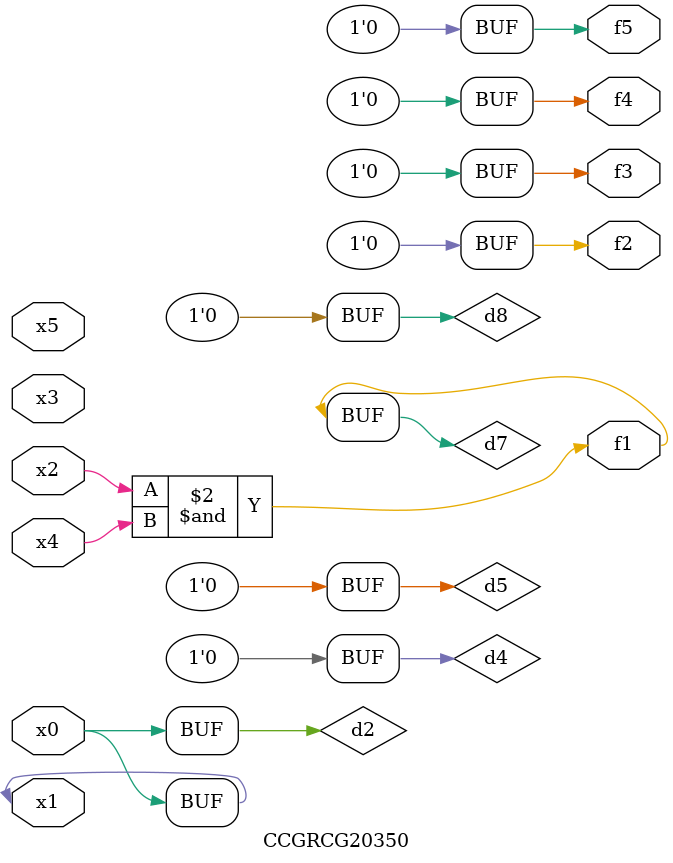
<source format=v>
module CCGRCG20350(
	input x0, x1, x2, x3, x4, x5,
	output f1, f2, f3, f4, f5
);

	wire d1, d2, d3, d4, d5, d6, d7, d8, d9;

	nand (d1, x1);
	buf (d2, x0, x1);
	nand (d3, x2, x4);
	and (d4, d1, d2);
	and (d5, d1, d2);
	nand (d6, d1, d3);
	not (d7, d3);
	xor (d8, d5);
	nor (d9, d5, d6);
	assign f1 = d7;
	assign f2 = d8;
	assign f3 = d8;
	assign f4 = d8;
	assign f5 = d8;
endmodule

</source>
